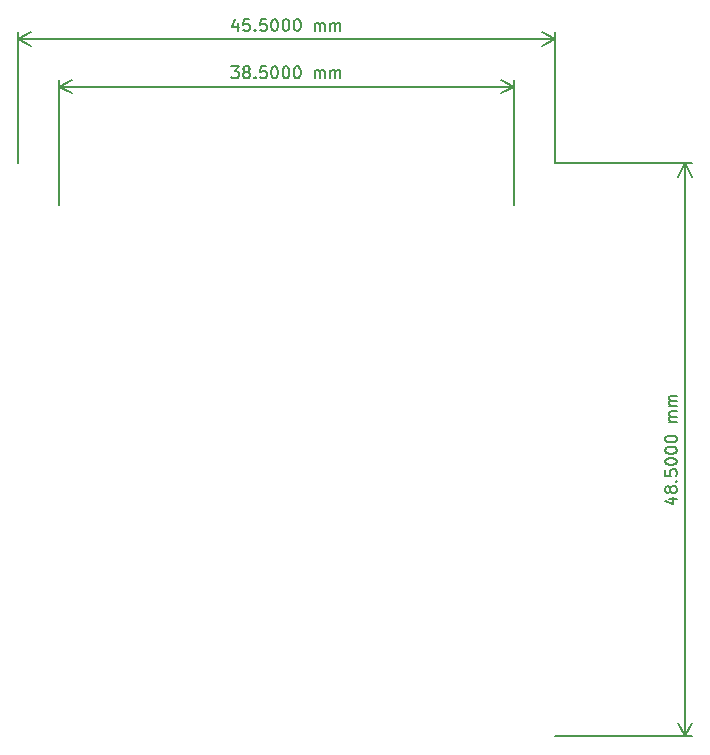
<source format=gbr>
%TF.GenerationSoftware,KiCad,Pcbnew,(6.0.2)*%
%TF.CreationDate,2022-08-02T15:28:20+01:00*%
%TF.ProjectId,solenoid_driver,736f6c65-6e6f-4696-945f-647269766572,rev?*%
%TF.SameCoordinates,Original*%
%TF.FileFunction,Other,ECO1*%
%FSLAX46Y46*%
G04 Gerber Fmt 4.6, Leading zero omitted, Abs format (unit mm)*
G04 Created by KiCad (PCBNEW (6.0.2)) date 2022-08-02 15:28:20*
%MOMM*%
%LPD*%
G01*
G04 APERTURE LIST*
%ADD10C,0.150000*%
G04 APERTURE END LIST*
D10*
X130083333Y-72302380D02*
X130702380Y-72302380D01*
X130369047Y-72683333D01*
X130511904Y-72683333D01*
X130607142Y-72730952D01*
X130654761Y-72778571D01*
X130702380Y-72873809D01*
X130702380Y-73111904D01*
X130654761Y-73207142D01*
X130607142Y-73254761D01*
X130511904Y-73302380D01*
X130226190Y-73302380D01*
X130130952Y-73254761D01*
X130083333Y-73207142D01*
X131273809Y-72730952D02*
X131178571Y-72683333D01*
X131130952Y-72635714D01*
X131083333Y-72540476D01*
X131083333Y-72492857D01*
X131130952Y-72397619D01*
X131178571Y-72350000D01*
X131273809Y-72302380D01*
X131464285Y-72302380D01*
X131559523Y-72350000D01*
X131607142Y-72397619D01*
X131654761Y-72492857D01*
X131654761Y-72540476D01*
X131607142Y-72635714D01*
X131559523Y-72683333D01*
X131464285Y-72730952D01*
X131273809Y-72730952D01*
X131178571Y-72778571D01*
X131130952Y-72826190D01*
X131083333Y-72921428D01*
X131083333Y-73111904D01*
X131130952Y-73207142D01*
X131178571Y-73254761D01*
X131273809Y-73302380D01*
X131464285Y-73302380D01*
X131559523Y-73254761D01*
X131607142Y-73207142D01*
X131654761Y-73111904D01*
X131654761Y-72921428D01*
X131607142Y-72826190D01*
X131559523Y-72778571D01*
X131464285Y-72730952D01*
X132083333Y-73207142D02*
X132130952Y-73254761D01*
X132083333Y-73302380D01*
X132035714Y-73254761D01*
X132083333Y-73207142D01*
X132083333Y-73302380D01*
X133035714Y-72302380D02*
X132559523Y-72302380D01*
X132511904Y-72778571D01*
X132559523Y-72730952D01*
X132654761Y-72683333D01*
X132892857Y-72683333D01*
X132988095Y-72730952D01*
X133035714Y-72778571D01*
X133083333Y-72873809D01*
X133083333Y-73111904D01*
X133035714Y-73207142D01*
X132988095Y-73254761D01*
X132892857Y-73302380D01*
X132654761Y-73302380D01*
X132559523Y-73254761D01*
X132511904Y-73207142D01*
X133702380Y-72302380D02*
X133797619Y-72302380D01*
X133892857Y-72350000D01*
X133940476Y-72397619D01*
X133988095Y-72492857D01*
X134035714Y-72683333D01*
X134035714Y-72921428D01*
X133988095Y-73111904D01*
X133940476Y-73207142D01*
X133892857Y-73254761D01*
X133797619Y-73302380D01*
X133702380Y-73302380D01*
X133607142Y-73254761D01*
X133559523Y-73207142D01*
X133511904Y-73111904D01*
X133464285Y-72921428D01*
X133464285Y-72683333D01*
X133511904Y-72492857D01*
X133559523Y-72397619D01*
X133607142Y-72350000D01*
X133702380Y-72302380D01*
X134654761Y-72302380D02*
X134750000Y-72302380D01*
X134845238Y-72350000D01*
X134892857Y-72397619D01*
X134940476Y-72492857D01*
X134988095Y-72683333D01*
X134988095Y-72921428D01*
X134940476Y-73111904D01*
X134892857Y-73207142D01*
X134845238Y-73254761D01*
X134750000Y-73302380D01*
X134654761Y-73302380D01*
X134559523Y-73254761D01*
X134511904Y-73207142D01*
X134464285Y-73111904D01*
X134416666Y-72921428D01*
X134416666Y-72683333D01*
X134464285Y-72492857D01*
X134511904Y-72397619D01*
X134559523Y-72350000D01*
X134654761Y-72302380D01*
X135607142Y-72302380D02*
X135702380Y-72302380D01*
X135797619Y-72350000D01*
X135845238Y-72397619D01*
X135892857Y-72492857D01*
X135940476Y-72683333D01*
X135940476Y-72921428D01*
X135892857Y-73111904D01*
X135845238Y-73207142D01*
X135797619Y-73254761D01*
X135702380Y-73302380D01*
X135607142Y-73302380D01*
X135511904Y-73254761D01*
X135464285Y-73207142D01*
X135416666Y-73111904D01*
X135369047Y-72921428D01*
X135369047Y-72683333D01*
X135416666Y-72492857D01*
X135464285Y-72397619D01*
X135511904Y-72350000D01*
X135607142Y-72302380D01*
X137130952Y-73302380D02*
X137130952Y-72635714D01*
X137130952Y-72730952D02*
X137178571Y-72683333D01*
X137273809Y-72635714D01*
X137416666Y-72635714D01*
X137511904Y-72683333D01*
X137559523Y-72778571D01*
X137559523Y-73302380D01*
X137559523Y-72778571D02*
X137607142Y-72683333D01*
X137702380Y-72635714D01*
X137845238Y-72635714D01*
X137940476Y-72683333D01*
X137988095Y-72778571D01*
X137988095Y-73302380D01*
X138464285Y-73302380D02*
X138464285Y-72635714D01*
X138464285Y-72730952D02*
X138511904Y-72683333D01*
X138607142Y-72635714D01*
X138750000Y-72635714D01*
X138845238Y-72683333D01*
X138892857Y-72778571D01*
X138892857Y-73302380D01*
X138892857Y-72778571D02*
X138940476Y-72683333D01*
X139035714Y-72635714D01*
X139178571Y-72635714D01*
X139273809Y-72683333D01*
X139321428Y-72778571D01*
X139321428Y-73302380D01*
X154000000Y-84000000D02*
X154000000Y-73413580D01*
X115500000Y-84000000D02*
X115500000Y-73413580D01*
X154000000Y-74000000D02*
X115500000Y-74000000D01*
X154000000Y-74000000D02*
X115500000Y-74000000D01*
X154000000Y-74000000D02*
X152873496Y-73413579D01*
X154000000Y-74000000D02*
X152873496Y-74586421D01*
X115500000Y-74000000D02*
X116626504Y-74586421D01*
X115500000Y-74000000D02*
X116626504Y-73413579D01*
X130607142Y-68635714D02*
X130607142Y-69302380D01*
X130369047Y-68254761D02*
X130130952Y-68969047D01*
X130750000Y-68969047D01*
X131607142Y-68302380D02*
X131130952Y-68302380D01*
X131083333Y-68778571D01*
X131130952Y-68730952D01*
X131226190Y-68683333D01*
X131464285Y-68683333D01*
X131559523Y-68730952D01*
X131607142Y-68778571D01*
X131654761Y-68873809D01*
X131654761Y-69111904D01*
X131607142Y-69207142D01*
X131559523Y-69254761D01*
X131464285Y-69302380D01*
X131226190Y-69302380D01*
X131130952Y-69254761D01*
X131083333Y-69207142D01*
X132083333Y-69207142D02*
X132130952Y-69254761D01*
X132083333Y-69302380D01*
X132035714Y-69254761D01*
X132083333Y-69207142D01*
X132083333Y-69302380D01*
X133035714Y-68302380D02*
X132559523Y-68302380D01*
X132511904Y-68778571D01*
X132559523Y-68730952D01*
X132654761Y-68683333D01*
X132892857Y-68683333D01*
X132988095Y-68730952D01*
X133035714Y-68778571D01*
X133083333Y-68873809D01*
X133083333Y-69111904D01*
X133035714Y-69207142D01*
X132988095Y-69254761D01*
X132892857Y-69302380D01*
X132654761Y-69302380D01*
X132559523Y-69254761D01*
X132511904Y-69207142D01*
X133702380Y-68302380D02*
X133797619Y-68302380D01*
X133892857Y-68350000D01*
X133940476Y-68397619D01*
X133988095Y-68492857D01*
X134035714Y-68683333D01*
X134035714Y-68921428D01*
X133988095Y-69111904D01*
X133940476Y-69207142D01*
X133892857Y-69254761D01*
X133797619Y-69302380D01*
X133702380Y-69302380D01*
X133607142Y-69254761D01*
X133559523Y-69207142D01*
X133511904Y-69111904D01*
X133464285Y-68921428D01*
X133464285Y-68683333D01*
X133511904Y-68492857D01*
X133559523Y-68397619D01*
X133607142Y-68350000D01*
X133702380Y-68302380D01*
X134654761Y-68302380D02*
X134750000Y-68302380D01*
X134845238Y-68350000D01*
X134892857Y-68397619D01*
X134940476Y-68492857D01*
X134988095Y-68683333D01*
X134988095Y-68921428D01*
X134940476Y-69111904D01*
X134892857Y-69207142D01*
X134845238Y-69254761D01*
X134750000Y-69302380D01*
X134654761Y-69302380D01*
X134559523Y-69254761D01*
X134511904Y-69207142D01*
X134464285Y-69111904D01*
X134416666Y-68921428D01*
X134416666Y-68683333D01*
X134464285Y-68492857D01*
X134511904Y-68397619D01*
X134559523Y-68350000D01*
X134654761Y-68302380D01*
X135607142Y-68302380D02*
X135702380Y-68302380D01*
X135797619Y-68350000D01*
X135845238Y-68397619D01*
X135892857Y-68492857D01*
X135940476Y-68683333D01*
X135940476Y-68921428D01*
X135892857Y-69111904D01*
X135845238Y-69207142D01*
X135797619Y-69254761D01*
X135702380Y-69302380D01*
X135607142Y-69302380D01*
X135511904Y-69254761D01*
X135464285Y-69207142D01*
X135416666Y-69111904D01*
X135369047Y-68921428D01*
X135369047Y-68683333D01*
X135416666Y-68492857D01*
X135464285Y-68397619D01*
X135511904Y-68350000D01*
X135607142Y-68302380D01*
X137130952Y-69302380D02*
X137130952Y-68635714D01*
X137130952Y-68730952D02*
X137178571Y-68683333D01*
X137273809Y-68635714D01*
X137416666Y-68635714D01*
X137511904Y-68683333D01*
X137559523Y-68778571D01*
X137559523Y-69302380D01*
X137559523Y-68778571D02*
X137607142Y-68683333D01*
X137702380Y-68635714D01*
X137845238Y-68635714D01*
X137940476Y-68683333D01*
X137988095Y-68778571D01*
X137988095Y-69302380D01*
X138464285Y-69302380D02*
X138464285Y-68635714D01*
X138464285Y-68730952D02*
X138511904Y-68683333D01*
X138607142Y-68635714D01*
X138750000Y-68635714D01*
X138845238Y-68683333D01*
X138892857Y-68778571D01*
X138892857Y-69302380D01*
X138892857Y-68778571D02*
X138940476Y-68683333D01*
X139035714Y-68635714D01*
X139178571Y-68635714D01*
X139273809Y-68683333D01*
X139321428Y-68778571D01*
X139321428Y-69302380D01*
X157500000Y-80500000D02*
X157500000Y-69413580D01*
X112000000Y-80500000D02*
X112000000Y-69413580D01*
X157500000Y-70000000D02*
X112000000Y-70000000D01*
X157500000Y-70000000D02*
X112000000Y-70000000D01*
X157500000Y-70000000D02*
X156373496Y-69413579D01*
X157500000Y-70000000D02*
X156373496Y-70586421D01*
X112000000Y-70000000D02*
X113126504Y-70586421D01*
X112000000Y-70000000D02*
X113126504Y-69413579D01*
X167135714Y-108892857D02*
X167802380Y-108892857D01*
X166754761Y-109130952D02*
X167469047Y-109369047D01*
X167469047Y-108750000D01*
X167230952Y-108226190D02*
X167183333Y-108321428D01*
X167135714Y-108369047D01*
X167040476Y-108416666D01*
X166992857Y-108416666D01*
X166897619Y-108369047D01*
X166850000Y-108321428D01*
X166802380Y-108226190D01*
X166802380Y-108035714D01*
X166850000Y-107940476D01*
X166897619Y-107892857D01*
X166992857Y-107845238D01*
X167040476Y-107845238D01*
X167135714Y-107892857D01*
X167183333Y-107940476D01*
X167230952Y-108035714D01*
X167230952Y-108226190D01*
X167278571Y-108321428D01*
X167326190Y-108369047D01*
X167421428Y-108416666D01*
X167611904Y-108416666D01*
X167707142Y-108369047D01*
X167754761Y-108321428D01*
X167802380Y-108226190D01*
X167802380Y-108035714D01*
X167754761Y-107940476D01*
X167707142Y-107892857D01*
X167611904Y-107845238D01*
X167421428Y-107845238D01*
X167326190Y-107892857D01*
X167278571Y-107940476D01*
X167230952Y-108035714D01*
X167707142Y-107416666D02*
X167754761Y-107369047D01*
X167802380Y-107416666D01*
X167754761Y-107464285D01*
X167707142Y-107416666D01*
X167802380Y-107416666D01*
X166802380Y-106464285D02*
X166802380Y-106940476D01*
X167278571Y-106988095D01*
X167230952Y-106940476D01*
X167183333Y-106845238D01*
X167183333Y-106607142D01*
X167230952Y-106511904D01*
X167278571Y-106464285D01*
X167373809Y-106416666D01*
X167611904Y-106416666D01*
X167707142Y-106464285D01*
X167754761Y-106511904D01*
X167802380Y-106607142D01*
X167802380Y-106845238D01*
X167754761Y-106940476D01*
X167707142Y-106988095D01*
X166802380Y-105797619D02*
X166802380Y-105702380D01*
X166850000Y-105607142D01*
X166897619Y-105559523D01*
X166992857Y-105511904D01*
X167183333Y-105464285D01*
X167421428Y-105464285D01*
X167611904Y-105511904D01*
X167707142Y-105559523D01*
X167754761Y-105607142D01*
X167802380Y-105702380D01*
X167802380Y-105797619D01*
X167754761Y-105892857D01*
X167707142Y-105940476D01*
X167611904Y-105988095D01*
X167421428Y-106035714D01*
X167183333Y-106035714D01*
X166992857Y-105988095D01*
X166897619Y-105940476D01*
X166850000Y-105892857D01*
X166802380Y-105797619D01*
X166802380Y-104845238D02*
X166802380Y-104750000D01*
X166850000Y-104654761D01*
X166897619Y-104607142D01*
X166992857Y-104559523D01*
X167183333Y-104511904D01*
X167421428Y-104511904D01*
X167611904Y-104559523D01*
X167707142Y-104607142D01*
X167754761Y-104654761D01*
X167802380Y-104750000D01*
X167802380Y-104845238D01*
X167754761Y-104940476D01*
X167707142Y-104988095D01*
X167611904Y-105035714D01*
X167421428Y-105083333D01*
X167183333Y-105083333D01*
X166992857Y-105035714D01*
X166897619Y-104988095D01*
X166850000Y-104940476D01*
X166802380Y-104845238D01*
X166802380Y-103892857D02*
X166802380Y-103797619D01*
X166850000Y-103702380D01*
X166897619Y-103654761D01*
X166992857Y-103607142D01*
X167183333Y-103559523D01*
X167421428Y-103559523D01*
X167611904Y-103607142D01*
X167707142Y-103654761D01*
X167754761Y-103702380D01*
X167802380Y-103797619D01*
X167802380Y-103892857D01*
X167754761Y-103988095D01*
X167707142Y-104035714D01*
X167611904Y-104083333D01*
X167421428Y-104130952D01*
X167183333Y-104130952D01*
X166992857Y-104083333D01*
X166897619Y-104035714D01*
X166850000Y-103988095D01*
X166802380Y-103892857D01*
X167802380Y-102369047D02*
X167135714Y-102369047D01*
X167230952Y-102369047D02*
X167183333Y-102321428D01*
X167135714Y-102226190D01*
X167135714Y-102083333D01*
X167183333Y-101988095D01*
X167278571Y-101940476D01*
X167802380Y-101940476D01*
X167278571Y-101940476D02*
X167183333Y-101892857D01*
X167135714Y-101797619D01*
X167135714Y-101654761D01*
X167183333Y-101559523D01*
X167278571Y-101511904D01*
X167802380Y-101511904D01*
X167802380Y-101035714D02*
X167135714Y-101035714D01*
X167230952Y-101035714D02*
X167183333Y-100988095D01*
X167135714Y-100892857D01*
X167135714Y-100750000D01*
X167183333Y-100654761D01*
X167278571Y-100607142D01*
X167802380Y-100607142D01*
X167278571Y-100607142D02*
X167183333Y-100559523D01*
X167135714Y-100464285D01*
X167135714Y-100321428D01*
X167183333Y-100226190D01*
X167278571Y-100178571D01*
X167802380Y-100178571D01*
X157500000Y-129000000D02*
X169086420Y-129000000D01*
X157500000Y-80500000D02*
X169086420Y-80500000D01*
X168500000Y-129000000D02*
X168500000Y-80500000D01*
X168500000Y-129000000D02*
X168500000Y-80500000D01*
X168500000Y-129000000D02*
X169086421Y-127873496D01*
X168500000Y-129000000D02*
X167913579Y-127873496D01*
X168500000Y-80500000D02*
X167913579Y-81626504D01*
X168500000Y-80500000D02*
X169086421Y-81626504D01*
M02*

</source>
